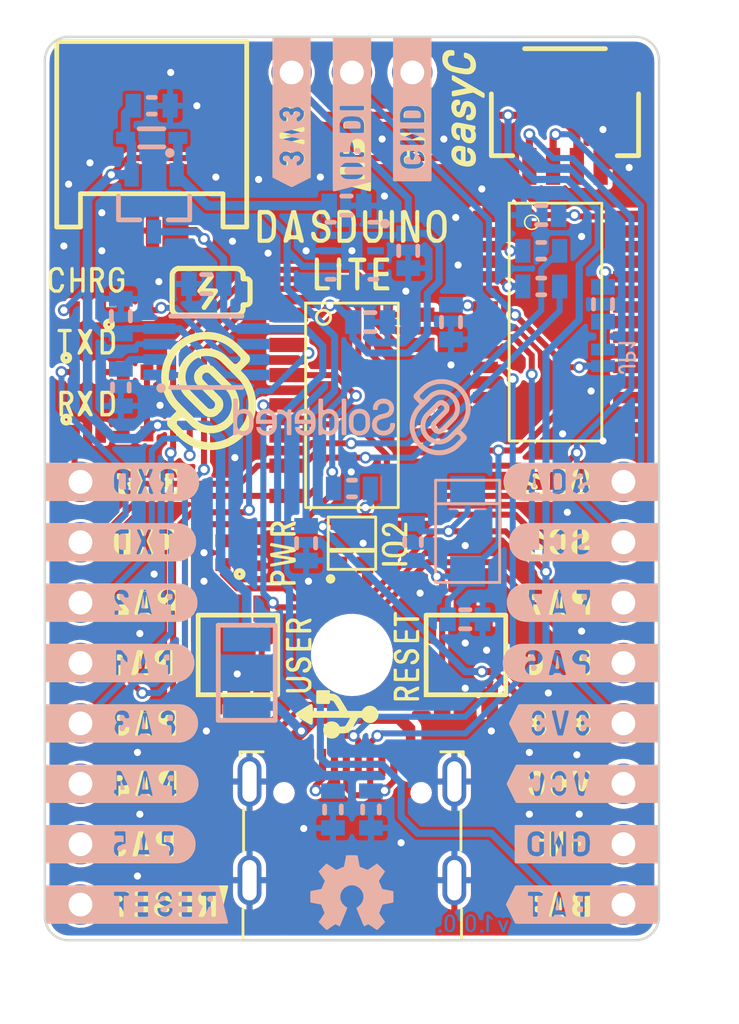
<source format=kicad_pcb>
(kicad_pcb (version 20210126) (generator pcbnew)
  (layers (0 "F.Cu" mixed) (31 "B.Cu" signal) (34 "B.Paste" user) (35 "F.Paste" user) (36 "B.SilkS" user "B.Silkscreen") (37 "F.SilkS" user "F.Silkscreen") (38 "B.Mask" user) (39 "F.Mask" user) (44 "Edge.Cuts" user))
  (net 0 "")
  (net 1 "+3V3")
  (net 2 "GND")
  (net 3 "RESET")
  (net 4 "VUSB")
  (net 5 "VCC")
  (net 6 "VBAT")
  (net 7 "TXD0")
  (net 8 "Net-(D1-Pad1)")
  (net 9 "RXD0")
  (net 10 "Net-(D2-Pad1)")
  (net 11 "Net-(D3-Pad1)")
  (net 13 "Net-(F1-Pad2)")
  (net 14 "D-")
  (net 15 "D+")
  (net 16 "SDA")
  (net 17 "SCL")
  (net 18 "SPI_MISO")
  (net 19 "SPI_MOSI")
  (net 20 "SPI_SCK")
  (net 21 "SPI_CS")
  (net 23 "RTS")
  (net 24 "Net-(C10-Pad2)")
  (net 25 "Net-(C2-Pad1)")
  (net 26 "Net-(D5-Pad2)")
  (net 27 "Net-(K2-PadA5)")
  (net 29 "Net-(K2-PadB5)")
  (net 36 "Net-(R1-Pad1)")
  (net 37 "Net-(R2-Pad1)")
  (net 38 "Net-(R11-Pad1)")
  (net 39 "Net-(R12-Pad1)")
  (net 41 "Net-(D4-Pad3)")
  (net 43 "PA5")
  (net 44 "PA7")
  (net 45 "PA6")
  (footprint "e-radionica.com footprinti:HEADER-UPDI" (layer "F.Cu") (at 77.43 113.5)
    (fp_text reference "K4")
    (fp_text value "HEADER-UPDI")
  )
  (footprint "buzzardLabel" (layer "F.Cu") (at 90.76 130.72)
    (fp_text reference "")
    (fp_text value "")
  )
  (footprint "buzzardLabel" (layer "F.Cu") (at 79.2 133.3 90)
    (fp_text reference "")
    (fp_text value "")
  )
  (footprint "buzzardLabel" (layer "F.Cu") (at 64.1 145.96)
    (fp_text reference "")
    (fp_text value "")
  )
  (footprint "e-radionica.com footprinti:0402R" (layer "F.Cu") (at 68.3 126.1)
    (fp_text reference "R3")
    (fp_text value "100R")
  )
  (footprint "buzzardLabel" (layer "F.Cu") (at 90.76 145.96)
    (fp_text reference "")
    (fp_text value "")
  )
  (footprint "buzzardLabel" (layer "F.Cu") (at 64.1 135.8)
    (fp_text reference "")
    (fp_text value "")
  )
  (footprint "Soldered Graphics:Logo-Back-OSH-3.5mm" (layer "F.Cu") (at 77.43 148)
    (fp_text reference "G***" hide)
    (fp_text value "LOGO" hide)
  )
  (footprint "e-radionica.com footprinti:0402LED" (layer "F.Cu") (at 66.3 128.7 180)
    (fp_text reference "D2")
    (fp_text value "orange")
  )
  (footprint "e-radionica.com footprinti:SOIC-14" (layer "F.Cu") (at 77.43 127.5)
    (fp_text reference "U4")
    (fp_text value "ATTINY804")
  )
  (footprint "e-radionica.com footprinti:0402R" (layer "F.Cu") (at 68.3 128.7)
    (fp_text reference "R4")
    (fp_text value "100R")
  )
  (footprint "buzzardLabel" (layer "F.Cu") (at 90.76 138.34)
    (fp_text reference "")
    (fp_text value "")
  )
  (footprint "buzzardLabel" (layer "F.Cu") (at 90.76 140.88)
    (fp_text reference "")
    (fp_text value "")
  )
  (footprint "buzzardLabel" (layer "F.Cu") (at 90.76 133.26)
    (fp_text reference "")
    (fp_text value "")
  )
  (footprint "buzzardLabel" (layer "F.Cu") (at 64.1 143.42)
    (fp_text reference "")
    (fp_text value "")
  )
  (footprint "e-radionica.com footprinti:FIDUCIAL_1MM_PASTE" (layer "F.Cu") (at 74.5 149)
    (fp_text reference "FD1")
    (fp_text value "Fiducial_Stencil")
  )
  (footprint "buzzardLabel" (layer "F.Cu") (at 90.76 143.42)
    (fp_text reference "")
    (fp_text value "")
  )
  (footprint "buzzardLabel" (layer "F.Cu") (at 74.89 111.6 90)
    (fp_text reference "")
    (fp_text value "")
  )
  (footprint "e-radionica.com footprinti:WS2812B-2020" (layer "F.Cu") (at 77.43 133.3 -90)
    (fp_text reference "D4")
    (fp_text value "WS2812B-2020")
  )
  (footprint "buzzardLabel" (layer "F.Cu") (at 77.43 111.6 90)
    (fp_text reference "")
    (fp_text value "")
  )
  (footprint "e-radionica.com footprinti:0402R" (layer "F.Cu") (at 68.3 123.5 180)
    (fp_text reference "R12")
    (fp_text value "100R")
  )
  (footprint "buzzardLabel" (layer "F.Cu") (at 79.97 111.6 90)
    (fp_text reference "")
    (fp_text value "")
  )
  (footprint "buzzardLabel" (layer "F.Cu") (at 90.76 135.8)
    (fp_text reference "")
    (fp_text value "")
  )
  (footprint "e-radionica.com footprinti:0402LED" (layer "F.Cu") (at 73.3 133.7 -90)
    (fp_text reference "D3")
    (fp_text value "purple")
  )
  (footprint "buzzardLabel" (layer "F.Cu") (at 79.7 138 90)
    (fp_text reference "")
    (fp_text value "")
  )
  (footprint "e-radionica.com footprinti:HEADER_MALE_8X1" (layer "F.Cu") (at 66 139.61 90)
    (fp_text reference "K5")
    (fp_text value "HEADER_MALE_8X1")
  )
  (footprint "e-radionica.com footprinti:SOP-16" (layer "F.Cu") (at 86 124)
    (fp_text reference "U1")
    (fp_text value "CH340C")
  )
  (footprint "buzzardLabel" (layer "F.Cu") (at 77.43 120)
    (fp_text reference "")
    (fp_text value "")
  )
  (footprint "e-radionica.com footprinti:easyC-connector" (layer "F.Cu") (at 86.4 115.3)
    (fp_text reference "K1")
    (fp_text value "easyC-SMD")
  )
  (footprint "e-radionica.com footprinti:0402LED" (layer "F.Cu") (at 66.3 126.1 180)
    (fp_text reference "D1")
    (fp_text value "blue")
  )
  (footprint "Soldered Graphics:Symbol-Front-Battery" (layer "F.Cu") (at 71.5 122.8)
    (fp_text reference "G***" hide)
    (fp_text value "LOGO" hide)
  )
  (footprint "buzzardLabel" (layer "F.Cu") (at 64.1 138.34)
    (fp_text reference "")
    (fp_text value "")
  )
  (footprint "buzzardLabel" (layer "F.Cu") (at 66.3 122.2)
    (fp_text reference "")
    (fp_text value "")
  )
  (footprint "Soldered Graphics:Logo-Front-Soldered-5mm" (layer "F.Cu") (at 71.4 126.9)
    (fp_text reference "G***" hide)
    (fp_text value "LOGO" hide)
  )
  (footprint "buzzardLabel" (layer "F.Cu") (at 90.76 148.5)
    (fp_text reference "")
    (fp_text value "")
  )
  (footprint "buzzardLabel" (layer "F.Cu") (at 75.16 138 90)
    (fp_text reference "")
    (fp_text value "")
  )
  (footprint "buzzardLabel" (layer "F.Cu") (at 66.3 127.4)
    (fp_text reference "")
    (fp_text value "")
  )
  (footprint "buzzardLabel" (layer "F.Cu") (at 64.1 133.26)
    (fp_text reference "")
    (fp_text value "")
  )
  (footprint "e-radionica.com footprinti:0402LED" (layer "F.Cu") (at 66.3 123.5)
    (fp_text reference "D5")
    (fp_text value "red")
  )
  (footprint "buzzardLabel" (layer "F.Cu") (at 64.1 140.88)
    (fp_text reference "")
    (fp_text value "")
  )
  (footprint "e-radionica.com footprinti:HEADER_MALE_8X1" (layer "F.Cu") (at 88.86 139.61 90)
    (fp_text reference "K6")
    (fp_text value "HEADER_MALE_8X1")
  )
  (footprint "e-radionica.com footprinti:YTSA007A0151803B" (layer "F.Cu") (at 72.63 138 90)
    (fp_text reference "SW1")
    (fp_text value "YTSA007A0151803B")
  )
  (footprint "e-radionica.com footprinti:HOLE_3.2mm" (layer "F.Cu") (at 77.43 138)
    (fp_text reference "H1" hide)
    (fp_text value "HOLE_3.2mm" hide)
  )
  (footprint "e-radionica.com footprinti:JST-2pin-SMD" (layer "F.Cu") (at 69 117)
    (fp_text reference "K3")
    (fp_text value "JST-2pin-SMD")
  )
  (footprint "Soldered Graphics:Logo-Front-easyC-5mm" (layer "F.Cu") (at 82.1 115 90)
    (fp_text reference "G***" hide)
    (fp_text value "LOGO" hide)
  )
  (footprint "Soldered Graphics:Symbol-Front-USB" (layer "F.Cu") (at 76.8 140.5 90)
    (fp_text reference "G***" hide)
    (fp_text value "LOGO" hide)
  )
  (footprint "buzzardLabel" (layer "F.Cu") (at 77.43 122)
    (fp_text reference "")
    (fp_text value "")
  )
  (footprint "buzzardLabel" (layer "F.Cu") (at 74.5 133.7 90)
    (fp_text reference "")
    (fp_text value "")
  )
  (footprint "e-radionica.com footprinti:YTSA007A0151803B" (layer "F.Cu") (at 82.23 138 90)
    (fp_text reference "SW2")
    (fp_text value "YTSA007A0151803B")
  )
  (footprint "e-radionica.com footprinti:0402R" (layer "F.Cu") (at 72 133.7 90)
    (fp_text reference "R6")
    (fp_text value "100R")
  )
  (footprint "buzzardLabel" (layer "F.Cu") (at 64.1 148.5)
    (fp_text reference "")
    (fp_text value "")
  )
  (footprint "buzzardLabel" (layer "F.Cu") (at 66.3 124.8)
    (fp_text reference "")
    (fp_text value "")
  )
  (footprint "buzzardLabel" (layer "F.Cu") (at 64.1 130.72)
    (fp_text reference "")
    (fp_text value "")
  )
  (footprint "Soldered Graphics:Logo-Back-SolderedFULL-10mm" (layer "F.Cu") (at 77.43 128)
    (fp_text reference "G***" hide)
    (fp_text value "LOGO" hide)
  )
  (footprint "e-radionica.com footprinti:U262-161N-4BVC11" (layer "F.Cu") (at 77.43 145)
    (fp_text reference "K2")
    (fp_text value "U262-161N-4BVC11")
  )
  (footprint "buzzardLabel" (layer "B.Cu") (at 74.89 111.6 90)
    (fp_text reference "")
    (fp_text value "")
  )
  (footprint "buzzardLabel" (layer "B.Cu") (at 79.97 111.6 90)
    (fp_text reference "")
    (fp_text value "")
  )
  (footprint "e-radionica.com footprinti:0603R" (layer "B.Cu") (at 85.4 122.5)
    (fp_text reference "R2")
    (fp_text value "1k")
  )
  (footprint "buzzardLabel" (layer "B.Cu") (at 90.76 145.96 180)
    (fp_text reference "")
    (fp_text value "")
  )
  (footprint "e-radionica.com footprinti:0603C" (layer "B.Cu") (at 78.2 124)
    (fp_text reference "C9")
    (fp_text value "0.1uF")
  )
  (footprint "e-radionica.com footprinti:1206FUSE" (layer "B.Cu") (at 73 138.75 -90)
    (fp_text reference "F1")
    (fp_text value "1206FUSE-500mA")
  )
  (footprint "buzzardLabel" (layer "B.Cu") (at 64.1 138.34 180)
    (fp_text reference "")
    (fp_text value "")
  )
  (footprint "Soldered Graphics:Version1.0.0." (layer "B.Cu") (at 82.5 149.3 180)
    (fp_text reference "")
    (fp_text value "")
  )
  (footprint "e-radionica.com footprinti:0603C" (layer "B.Cu") (at 85.4 119.5)
    (fp_text reference "C1")
    (fp_text value "0.1uF")
  )
  (footprint "e-radionica.com footprinti:M4_DIODA" (layer "B.Cu") (at 82.3 132.8 90)
    (fp_text reference "D6")
    (fp_text value "M4_DIODA")
  )
  (footprint "e-radionica.com footprinti:0603R" (layer "B.Cu") (at 80 133.25 90)
    (fp_text reference "R10")
    (fp_text value "10k")
  )
  (footprint "e-radionica.com footprinti:0603C" (layer "B.Cu") (at 79.8 121 90)
    (fp_text reference "C5")
    (fp_text value "2.2uF")
  )
  (footprint "e-radionica.com footprinti:0603R" (layer "B.Cu") (at 85.4 121)
    (fp_text reference "R1")
    (fp_text value "1k")
  )
  (footprint "buzzardLabel" (layer "B.Cu") (at 89 125.5 90)
    (fp_text reference "")
    (fp_text value "")
  )
  (footprint "buzzardLabel" (layer "B.Cu") (at 64.1 148.5 180)
    (fp_text reference "")
    (fp_text value "")
  )
  (footprint "buzzardLabel" (layer "B.Cu") (at 90.76 133.26 180)
    (fp_text reference "")
    (fp_text value "")
  )
  (footprint "buzzardLabel" (layer "B.Cu") (at 64.1 143.42 180)
    (fp_text reference "")
    (fp_text value "")
  )
  (footprint "e-radionica.com footprinti:0603R" (layer "B.Cu") (at 78.23 144.5 -90)
    (fp_text reference "R7")
    (fp_text value "5.1k")
  )
  (footprint "buzzardLabel" (layer "B.Cu") (at 64.1 135.8 180)
    (fp_text reference "")
    (fp_text value "")
  )
  (footprint "e-radionica.com footprinti:TPS7A2633DRVR" (layer "B.Cu") (at 77.43 121 180)
    (fp_text reference "U2")
    (fp_text value "TPS7A2633DRVR")
  )
  (footprint "buzzardLabel" (layer "B.Cu") (at 64.1 145.96 180)
    (fp_text reference "")
    (fp_text value "")
  )
  (footprint "buzzardLabel" (layer "B.Cu") (at 64.1 140.88 180)
    (fp_text reference "")
    (fp_text value "")
  )
  (footprint "e-radionica.com footprinti:0603R" (layer "B.Cu") (at 76.63 144.5 -90)
    (fp_text reference "R8")
    (fp_text value "5.1k")
  )
  (footprint "e-radionica.com footprinti:SOT-23-3" (layer "B.Cu") (at 69.1 119 -90)
    (fp_text reference "Q1")
    (fp_text value "PMOS-SOT-23-3")
  )
  (footprint "buzzardLabel" (layer "B.Cu") (at 77.43 111.6 90)
    (fp_text reference "")
    (fp_text value "")
  )
  (footprint "e-radionica.com footprinti:0603C" (layer "B.Cu") (at 77.2 119.1 180)
    (fp_text reference "C3")
    (fp_text value "2.2uF")
  )
  (footprint "buzzardLabel" (layer "B.Cu") (at 90.76 140.88 180)
    (fp_text reference "")
    (fp_text value "")
  )
  (footprint "e-radionica.com footprinti:0603R" (layer "B.Cu") (at 69 114.9 180)
    (fp_text reference "R14")
    (fp_text value "100k")
  )
  (footprint "buzzardLabel" (layer "B.Cu") (at 90.76 148.5 180)
    (fp_text reference "")
    (fp_text value "")
  )
  (footprint "buzzardLabel" (layer "B.Cu") (at 90.76 130.72 180)
    (fp_text reference "")
    (fp_text value "")
  )
  (footprint "e-radionica.com footprinti:0603C" (layer "B.Cu") (at 88 123.25 -90)
    (fp_text reference "C10")
    (fp_text value "0.1uF")
  )
  (footprint "buzzardLabel" (layer "B.Cu") (at 64.1 133.26 180)
    (fp_text reference "")
    (fp_text value "")
  )
  (footprint "buzzardLabel" (layer "B.Cu") (at 90.76 135.8 180)
    (fp_text reference "")
    (fp_text value "")
  )
  (footprint "e-radionica.com footprinti:0603C" (layer "B.Cu") (at 81.6 124 -90)
    (fp_text reference "C2")
    (fp_text value "0.1uF")
  )
  (footprint "buzzardLabel" (layer "B.Cu") (at 90.76 138.34 180)
    (fp_text reference "")
    (fp_text value "")
  )
  (footprint "e-radionica.com footprinti:SMD_JUMPER" (layer "B.Cu") (at 88 125.5 -90)
    (fp_text reference "JP1")
    (fp_text value "SMD_JUMPER")
  )
  (footprint "buzzardLabel" (layer "B.Cu") (at 90.76 143.42 180)
    (fp_text reference "")
    (fp_text value "")
  )
  (footprint "e-radionica.com footprinti:0603C" (layer "B.Cu") (at 71.3 122.4)
    (fp_text reference "C7")
    (fp_text value "2.2uF")
  )
  (footprint "e-radionica.com footprinti:0603C" (layer "B.Cu") (at 82.2 136.5 180)
    (fp_text reference "C6")
    (fp_text value "270pF")
  )
  (footprint "e-radionica.com footprinti:0603R" (layer "B.Cu") (at 77.43 131)
    (fp_text reference "R5")
    (fp_text value "1k")
  )
  (footprint "e-radionica.com footprinti:0603C" (layer "B.Cu") (at 67.7 123.75 -90)
    (fp_text reference "C8")
    (fp_text value "2.2uF")
  )
  (footprint "e-radionica.com footprinti:TP4056M-MSOP8" (layer "B.Cu") (at 71.3 125.25)
    (fp_text reference "U3")
    (fp_text value "TP4056M")
  )
  (footprint "e-radionica.com footprinti:0603R" (layer "B.Cu") (at 67.7 126.75 -90)
    (fp_text reference "R11")
    (fp_text value "3k")
  )
  (footprint "e-radionica.com footprinti:0603C" (layer "B.Cu") (at 75.5 133.3 -90)
    (fp_text reference "C4")
    (fp_text value "1uF")
  )
  (footprint "e-radionica.com footprinti:SOD-323" (layer "B.Cu") (at 69 116.25)
    (fp_text reference "D7")
    (fp_text value "BAT20J")
  )
  (footprint "buzzardLabel" (layer "B.Cu") (at 64.1 130.72 180)
    (fp_text reference "")
    (fp_text value "")
  )
  (gr_arc (start 89.36 112.999997) (end 89.36 112) (angle 90) (layer "Edge.Cuts") (width 0.1))
  (gr_arc (start 89.36 149) (end 89.36 150) (angle -90) (layer "Edge.Cuts") (width 0.1))
  (gr_line (start 64.5 113) (end 64.5 149) (layer "Edge.Cuts") (width 0.1))
  (gr_line (start 90.36 149) (end 90.36 113) (layer "Edge.Cuts") (width 0.1))
  (gr_line (start 89.36 112) (end 65.5 112) (layer "Edge.Cuts") (width 0.1))
  (gr_line (start 65.5 150) (end 89.36 150) (layer "Edge.Cuts") (width 0.1))
  (gr_arc (start 65.5 149) (end 65.5 150) (angle 90) (layer "Edge.Cuts") (width 0.1))
  (gr_arc (start 65.499997 113) (end 64.5 113) (angle 90) (layer "Edge.Cuts") (width 0.1))
  (segment (start 86.1 115.3) (end 84 115.3) (width 0.3) (layer "F.Cu") (net 1))
  (segment (start 74.89 113.89) (end 74.89 113.5) (width 0.3) (layer "F.Cu") (net 1))
  (segment (start 81.5 132.8) (end 83.9 132.8) (width 0.254) (layer "F.Cu") (net 1))
  (segment (start 75.01898 135.61898) (end 74.6 135.2) (width 0.254) (layer "F.Cu") (net 1))
  (segment (start 74.6 135.2) (end 72.6 135.2) (width 0.254) (layer "F.Cu") (net 1))
  (segment (start 76.3 115.3) (end 74.89 113.89) (width 0.3) (layer "F.Cu") (net 1))
  (segment (start 86.9 116.1) (end 86.1 115.3) (width 0.3) (layer "F.Cu") (net 1))
  (segment (start 78.08102 135.61898) (end 75.01898 135.61898) (width 0.254) (layer "F.Cu") (net 1))
  (segment (start 72 134.6) (end 72 134.2) (width 0.254) (layer "F.Cu") (net 1))
  (segment (start 80.9 132.8) (end 78.08102 135.61898) (width 0.254) (layer "F.Cu") (net 1))
  (segment (start 81.5 132.8) (end 80.9 132.8) (width 0.254) (layer "F.Cu") (net 1))
  (segment (start 76.5 123.3) (end 76.11 123.69) (width 0.3) (layer "F.Cu") (net 1))
  (segment (start 76.11 123.69) (end 74.73 123.69) (width 0.3) (layer "F.Cu") (net 1))
  (segment (start 83.9 132.8) (end 85.6 134.5) (width 0.254) (layer "F.Cu") (net 1))
  (segment (start 72.6 135.2) (end 72 134.6) (width 0.254) (layer "F.Cu") (net 1))
  (segment (start 86.9 117.45) (end 86.9 116.1) (width 0.3) (layer "F.Cu") (net 1))
  (segment (start 84 115.3) (end 76.3 115.3) (width 0.3) (layer "F.Cu") (net 1))
  (via (at 81.5 132.8) (size 0.5) (drill 0.3) (layers "F.Cu" "B.Cu") (net 1))
  (via (at 76.5 123.3) (size 0.5) (drill 0.3) (layers "F.Cu" "B.Cu") (net 1))
  (via (at 84 115.3) (size 0.5) (drill 0.3) (layers "F.Cu" "B.Cu") (net 1))
  (via (at 85.6 134.5) (size 0.5) (drill 0.3) (layers "F.Cu" "B.Cu") (net 1))
  (segment (start 81.1 122.3) (end 80.6 122.8) (width 0.3) (layer "B.Cu") (net 1))
  (segment (start 87 123.9) (end 87 121.6) (width 0.3) (layer "B.Cu") (net 1))
  (segment (start 78.425 120.35) (end 79.72 120.35) (width 0.3) (layer "B.Cu") (net 1))
  (segment (start 86.5 118) (end 85.1 118) (width 0.3) (layer "B.Cu") (net 1))
  (segment (start 79.8 125.3) (end 78.1 125.3) (width 0.3) (layer "B.Cu") (net 1))
  (segment (start 88.86 140.88) (end 88.78 140.88) (width 0.3) (layer "B.Cu") (net 1))
  (segment (start 77.47 124.67) (end 77.47 124) (width 0.3) (layer "B.Cu") (net 1))
  (segment (start 81.1 120.8) (end 81.1 122.3) (width 0.3) (layer "B.Cu") (net 1))
  (segment (start 80.6 122.8) (end 80.6 124.5) (width 0.3) (layer "B.Cu") (net 1))
  (segment (start 76.77 123.3) (end 77.47 124) (width 0.3) (layer "B.Cu") (net 1))
  (segment (start 79.8 118.8) (end 79.8 120.27) (width 0.3) (layer "B.Cu") (net 1))
  (segment (start 81.5 132.8) (end 82.3 132) (width 0.254) (layer "B.Cu") (net 1))
  (segment (start 79.72 120.35) (end 79.8 120.27) (width 0.3) (layer "B.Cu") (net 1))
  (segment (start 79.8 120.27) (end 80.57 120.27) (width 0.3) (layer "B.Cu") (net 1))
  (segment (start 85.1 118) (end 84 116.9) (width 0.3) (layer "B.Cu") (net 1))
  (segment (start 74.89 113.5) (end 74.89 113.89) (width 0.3) (layer "B.Cu") (net 1))
  (segment (start 80.325 132.8) (end 81.5 132.8) (width 0.254) (layer "B.Cu") (net 1))
  (segment (start 80.57 120.27) (end 81.1 120.8) (width 0.3) (layer "B.Cu") (net 1))
  (segment (start 76.5 123.3) (end 76.77 123.3) (width 0.3) (layer "B.Cu") (net 1))
  (segment (start 82.3 132) (end 82.3 131.11) (width 0.254) (layer "B.Cu") (net 1))
  (segment (start 80 132.475) (end 80.325 132.8) (width 0.254) (layer "B.Cu") (net 1))
  (segment (start 87.8 119.3) (end 86.5 118) (width 0.3) (layer "B.Cu") (net 1))
  (segment (start 87 121.6) (end 87.8 120.8) (width 0.3) (layer "B.Cu") (net 1))
  (segment (start 84 116.9) (end 84 115.3) (width 0.3) (layer "B.Cu") (net 1))
  (segment (start 87.8 120.8) (end 87.8 119.3) (width 0.3) (layer "B.Cu") (net 1))
  (segment (start 78.1 125.3) (end 77.47 124.67) (width 0.3) (layer "B.Cu") (net 1))
  (segment (start 85.6 125.3) (end 87 123.9) (width 0.3) (layer "B.Cu") (net 1))
  (segment (start 80.6 124.5) (end 79.8 125.3) (width 0.3) (layer "B.Cu") (net 1))
  (segment (start 74.89 113.89) (end 79.8 118.8) (width 0.3) (layer "B.Cu") (net 1))
  (segment (start 85.6 137.7) (end 85.6 125.3) (width 0.3) (layer "B.Cu") (net 1))
  (segment (start 88.78 140.88) (end 85.6 137.7) (width 0.3) (layer "B.Cu") (net 1))
  (via (at 82.9 118.4) (size 0.5) (drill 0.3) (layers "F.Cu" "B.Cu") (net 2))
  (via (at 86.9 142.2) (size 0.5) (drill 0.3) (layers "F.Cu" "B.Cu") (net 2))
  (via (at 73.5 118) (size 0.5) (drill 0.3) (layers "F.Cu" "B.Cu") (net 2))
  (via (at 75.4 145.3) (size 0.5) (drill 0.3) (layers "F.Cu" "B.Cu") (net 2))
  (via (at 83.3 141.2) (size 0.5) (drill 0.3) (layers "F.Cu" "B.Cu") (net 2))
  (via (at 68.4 142.1) (size 0.5) (drill 0.3) (layers "F.Cu" "B.Cu") (net 2))
  (via (at 84.9 144.7) (size 0.5) (drill 0.3) (layers "F.Cu" "B.Cu") (net 2))
  (via (at 69.1 134.6) (size 0.5) (drill 0.3) (layers "F.Cu" "B.Cu") (net 2))
  (via (at 71.7 117.9) (size 0.5) (drill 0.3) (layers "F.Cu" "B.Cu") (net 2))
  (via (at 68.5 144.7) (size 0.5) (drill 0.3) (layers "F.Cu" "B.Cu") (net 2))
  (via (at 75.5 121) (size 0.5) (drill 0.3) (layers "F.Cu" "B.Cu") (net 2))
  (via (at 66.4 117.3) (size 0.5) (drill 0.3) (layers "F.Cu" "B.Cu") (net 2))
  (via (at 86.5 132) (size 0.5) (drill 0.3) (layers "F.Cu" "B.Cu") (net 2))
  (via (at 68.4 147.3) (size 0.5) (drill 0.3) (layers "F.Cu" "B.Cu") (net 2))
  (via (at 85.7 139.6) (size 0.5) (drill 0.3) (layers "F.Cu" "B.Cu") (net 2))
  (via (at 69.8 113.5) (size 0.5) (drill 0.3) (layers "F.Cu" "B.Cu") (net 2))
  (via (at 72.6 138.8) (size 0.5) (drill 0.3) (layers "F.Cu" "B.Cu") (net 2))
  (via (at 77.43 121) (size 0.5) (drill 0.3) (layers "F.Cu" "B.Cu") (net 2))
  (via (at 78.7 116.3) (size 0.5) (drill 0.3) (layers "F.Cu" "B.Cu") (net 2))
  (via (at 71.3 141.2) (size 0.5) (drill 0.3) (layers "F.Cu" "B.Cu") (net 2))
  (via (at 82.2 139.4) (size 0.5) (drill 0.3) (layers "F.Cu" "B.Cu") (net 2))
  (via (at 81.9 121.6) (size 0.5) (drill 0.3) (layers "F.Cu" "B.Cu") (net 2))
  (via (at 71.2 134.9) (size 0.5) (drill 0.3) (layers "F.Cu" "B.Cu") (net 2))
  (via (at 77.4 130.3) (size 0.5) (drill 0.3) (layers "F.Cu" "B.Cu") (net 2))
  (via (at 87.1 137) (size 0.5) (drill 0.3) (layers "F.Cu" "B.Cu") (net 2))
  (via (at 70.9 114.9) (size 0.5) (drill 0.3) (layers "F.Cu" "B.Cu") (net 2))
  (via (at 87 144.7) (size 0.5) (drill 0.3) (layers "F.Cu" "B.Cu") (net 2))
  (via (at 88 129) (size 0.5) (drill 0.3) (layers "F.Cu" "B.Cu") (net 2))
  (via (at 73.9 121.1) (size 0.5) (drill 0.3) (layers "F.Cu" "B.Cu") (net 2))
  (via (at 66.9 119.4) (size 0.5) (drill 0.3) (layers "F.Cu" "B.Cu") (net 2))
  (via (at 89.1 117.5) (size 0.5) (drill 0.3) (layers "F.Cu" "B.Cu") (net 2))
  (via (at 75.6 134.9) (size 0.5) (drill 0.3) (layers "F.Cu" "B.Cu") (net 2))
  (via (at 81.3 116.3) (size 0.5) (drill 0.3) (layers "F.Cu" "B.Cu") (net 2))
  (via (at 69.35 127.5) (size 0.5) (drill 0.3) (layers "F.Cu" "B.Cu") (net 2))
  (via (at 78.8 118.7) (size 0.5) (drill 0.3) (layers "F.Cu" "B.Cu") (net 2))
  (via (at 65.3 120.8) (size 0.5) (drill 0.3) (layers "F.Cu" "B.Cu") (net 2))
  (via (at 84.9 142.1) (size 0.5) (drill 0.3) (layers "F.Cu" "B.Cu") (net 2))
  (via (at 80.3 135.4) (size 0.5) (drill 0.3) (layers "F.Cu" "B.Cu") (net 2))
  (via (at 83.1 137.8) (size 0.5) (drill 0.3) (layers "F.Cu" "B.Cu") (net 2))
  (via (at 86.3 128.7) (size 0.5) (drill 0.3) (layers "F.Cu" "B.Cu") (net 2))
  (via (at 69.3 122.3) (size 0.5) (drill 0.3) (layers "F.Cu" "B.Cu") (net 2))
  (via (at 72.4 120.6) (size 0.5) (drill 0.3) (layers "F.Cu" "B.Cu") (net 2))
  (via (at 81.8 119.6) (size 0.5) (drill 0.3) (layers "F.Cu" "B.Cu") (net 2))
  (via (at 65.5 118.2) (size 0.5) (drill 0.3) (layers "F.Cu" "B.Cu") (net 2))
  (via (at 87.5 126.9) (size 0.5) (drill 0.3) (layers "F.Cu" "B.Cu") (net 2))
  (via (at 79.5 145.9) (size 0.5) (drill 0.3) (layers "F.Cu" "B.Cu") (net 2))
  (via (at 76.1 117.9) (size 0.5) (drill 0.3) (layers "F.Cu" "B.Cu") (net 2))
  (via (at 66.9 121) (size 0.5) (drill 0.3) (layers "F.Cu" "B.Cu") (net 2))
  (via (at 88 115.9) (size 0.5) (drill 0.3) (layers "F.Cu" "B.Cu") (net 2))
  (via (at 81.6 125.8) (size 0.5) (drill 0.3) (layers "F.Cu" "B.Cu") (net 2))
  (via (at 72.5 129.7) (size 0.5) (drill 0.3) (layers "F.Cu" "B.Cu") (net 2))
  (via (at 87.1 120.4) (size 0.5) (drill 0.3) (layers "F.Cu" "B.Cu") (net 2))
  (via (at 68.5 137.1) (size 0.5) (drill 0.3) (layers "F.Cu" "B.Cu") (net 2))
  (via (at 71.2 133.7) (size 0.5) (drill 0.3) (layers "F.Cu" "B.Cu") (net 2))
  (via (at 82.2 133.4) (size 0.5) (drill 0.3) (layers "F.Cu" "B.Cu") (net 2))
  (via (at 77.9 133.3) (size 0.5) (drill 0.3) (layers "F.Cu" "B.Cu") (net 2))
  (via (at 82.2 137.5) (size 0.5) (drill 0.3) (layers "F.Cu" "B.Cu") (net 2))
  (via (at 79.7 122.7) (size 0.5) (drill 0.3) (layers "F.Cu" "B.Cu") (net 2))
  (segment (start 66 148.5) (end 68.3 148.5) (width 0.254) (layer "F.Cu") (net 3))
  (segment (start 84.5 129.4) (end 86.2 127.7) (width 0.254) (layer "F.Cu") (net 3))
  (segment (start 81.37 128.77) (end 80.13 128.77) (width 0.254) (layer "F.Cu") (net 3))
  (segment (start 83.6 129.4) (end 84.5 129.4) (width 0.254) (layer "F.Cu") (net 3))
  (segment (start 81.23 139.95) (end 81.23 136.05) (width 0.254) (layer "F.Cu") (net 3))
  (segment (start 82 129.4) (end 81.37 128.77) (width 0.254) (layer "F.Cu") (net 3))
  (segment (start 75.4 140.1) (end 81.08 140.1) (width 0.254) (layer "F.Cu") (net 3))
  (segment (start 81.23 134.92) (end 81.23 136.05) (width 0.254) (layer "F.Cu") (net 3))
  (segment (start 71.1 142.5) (end 72.4 141.2) (width 0.254) (layer "F.Cu") (net 3))
  (segment (start 86.5 125.9) (end 87 125.9) (width 0.254) (layer "F.Cu") (net 3))
  (segment (start 84.3 123.7) (end 86.2 125.6) (width 0.254) (layer "F.Cu") (net 3))
  (segment (start 68.3 148.5) (end 71.1 145.7) (width 0.254) (layer "F.Cu") (net 3))
  (segment (start 86.2 125.6) (end 86.5 125.9) (width 0.254) (layer "F.Cu") (net 3))
  (segment (start 86.2 127.7) (end 86.2 125.6) (width 0.254) (layer "F.Cu") (net 3))
  (segment (start 81.01 134.7) (end 81.23 134.92) (width 0.254) (layer "F.Cu") (net 3))
  (segment (start 83.6 129.4) (end 82 129.4) (width 0.254) (layer "F.Cu") (net 3))
  (segment (start 74.3 141.2) (end 75.4 140.1) (width 0.254) (layer "F.Cu") (net 3))
  (segment (start 81.08 140.1) (end 81.23 139.95) (width 0.254) (layer "F.Cu") (net 3))
  (segment (start 71.1 145.7) (end 71.1 142.5) (width 0.254) (layer "F.Cu") (net 3))
  (segment (start 72.4 141.2) (end 74.3 141.2) (width 0.254) (layer "F.Cu") (net 3))
  (segment (start 80.13 128.77) (end 79.86778 128.77) (width 0.254) (layer "F.Cu") (net 3))
  (via (at 84.3 123.7) (size 0.5) (drill 0.3) (layers "F.Cu" "B.Cu") (net 3))
  (via (at 87 125.9) (size 0.5) (drill 0.3) (layers "F.Cu" "B.Cu") (net 3))
  (via (at 81.01 134.7) (size 0.5) (drill 0.3) (layers "F.Cu" "B.Cu") (net 3))
  (via (at 83.6 129.4) (size 0.5) (drill 0.3) (layers "F.Cu" "B.Cu") (net 3))
  (segment (start 82.3 134.49) (end 82.09 134.7) (width 0.254) (layer "B.Cu") (net 3))
  (segment (start 82.3 134.49) (end 82.3 134.9) (width 0.254) (layer "B.Cu") (net 3))
  (segment (start 82.41 134.49) (end 82.3 134.49) (width 0.254) (layer "B.Cu") (net 3))
  (segment (start 77.43 113.5) (end 77.43 113.93) (width 0.254) (layer "B.Cu") (net 3))
  (segment (start 82.09 134.7) (end 81.01 134.7) (width 0.254) (layer "B.Cu") (net 3))
  (segment (start 81.47 135.73) (end 81.47 136.5) (width 0.254) (layer "B.Cu") (net 3))
  (segment (start 83.2 122.6) (end 83.5 122.9) (width 0.254) (layer "B.Cu") (net 3))
  (segment (start 83.2 119.7) (end 83.2 122.6) (width 0.254) (layer "B.Cu") (net 3))
  (segment (start 83.6 133.3) (end 82.41 134.49) (width 0.254) (layer "B.Cu") (net 3))
  (segment (start 82.3 134.9) (end 81.47 135.73) (width 0.254) (layer "B.Cu") (net 3))
  (segment (start 81.01 134.7) (end 80.335 134.025) (width 0.254) (layer "B.Cu") (net 3))
  (segment (start 87.05 125.85) (end 87 125.9) (width 0.3) (layer "B.Cu") (net 3))
  (segment (start 83.6 129.4) (end 83.6 133.3) (width 0.254) (layer "B.Cu") (net 3))
  (segment (start 77.43 113.93) (end 83.2 119.7) (width 0.254) (layer "B.Cu") (net 3))
  (segment (start 83.5 122.9) (end 84.3 123.7) (width 0.254) (layer "B.Cu") (net 3))
  (segment (start 88 125.85) (end 87.05 125.85) (width 0.3) (layer "B.Cu") (net 3))
  (segment (start 80.335 134.025) (end 80 134.025) (width 0.254) (layer "B.Cu") (net 3))
  (segment (start 68.8 126.1) (end 68.8 128.7) (width 0.254) (layer "F.Cu") (net 4))
  (segment (start 68.89196 128.7) (end 69.24598 128.34598) (width 0.254) (layer "F.Cu") (net 4))
  (segment (start 86.8 119.5) (end 85.1 119.5) (width 0.254) (layer "F.Cu") (net 4))
  (segment (start 68 117.1) (end 67.3 117.8) (width 0.254) (layer "F.Cu") (net 4))
  (segment (start 86.8 119.5) (end 86.855 119.555) (width 0.254) (layer "F.Cu") (net 4))
  (segment (start 85.1 119.5) (end 82.7 117.1) (width 0.254) (layer "F.Cu") (net 4))
  (segment (start 86.855 119.555) (end 88.95 119.555) (width 0.254) (layer "F.Cu") (net 4))
  (segment (start 82.7 117.1) (end 68 117.1) (width 0.254) (layer "F.Cu") (net 4))
  (segment (start 65.75 123.5) (end 65.3 123.5) (width 0.254) (layer "F.Cu") (net 4))
  (segment (start 68.8 128.7) (end 68.89196 128.7) (width 0.254) (layer "F.Cu") (net 4))
  (via (at 65.3 123.5) (size 0.5) (drill 0.3) (layers "F.Cu" "B.Cu") (net 4))
  (via (at 69.24598 128.34598) (size 0.5) (drill 0.3) (layers "F.Cu" "B.Cu") (net 4))
  (via (at 86.8 119.5) (size 0.5) (drill 0.3) (layers "F.Cu" "B.Cu") (net 4))
  (via (at 67.3 117.8) (size 0.5) (drill 0.3) (layers "F.Cu" "B.Cu") (net 4))
  (segment (start 68.95402 128.34598) (end 68.4 128.9) (width 0.4) (layer "B.Cu") (net 4))
  (segment (start 73.275 126.225) (end 72.125 126.225) (width 0.3) (layer "B.Cu") (net 4))
  (segment (start 71.9 128.9) (end 71.34598 128.34598) (width 0.4) (layer "B.Cu") (net 4))
  (segment (start 67.9 115.225) (end 68.225 114.9) (width 0.4) (layer "B.Cu") (net 4))
  (segment (start 67.4 128.9) (end 66.3 127.8) (width 0.4) (layer "B.Cu") (net 4))
  (segment (start 66.3 118.8) (end 67.3 117.8) (width 0.4) (layer "B.Cu") (net 4))
  (segment (start 68.15 116.5) (end 67.9 116.25) (width 0.4) (layer "B.Cu") (net 4))
  (segment (start 67.905 124.275) (end 67.7 124.48) (width 0.254) (layer "B.Cu") (net 4))
  (segment (start 66.3 123.9) (end 66.3 118.8) (width 0.4) (layer "B.Cu") (net 4))
  (segment (start 67.7 124.48) (end 66.88 124.48) (width 0.3) (layer "B.Cu") (net 4))
  (segment (start 72.125 126.225) (end 70.175 124.275) (width 0.3) (layer "B.Cu") (net 4))
  (segment (start 69.24598 128.34598) (end 68.95402 128.34598) (width 0.4) (layer "B.Cu") (net 4))
  (segment (start 69.325 124.275) (end 67.905 124.275) (width 0.3) (layer "B.Cu") (net 4))
  (segment (start 73 137.35) (end 73 135.4) (width 0.4) (layer "B.Cu") (net 4))
  (segment (start 68.15 117.8) (end 68.15 116.5) (width 0.4) (layer "B.Cu") (net 4))
  (segment (start 66.88 124.48) (end 66.3 123.9) (width 0.3) (layer "B.Cu") (net 4))
  (segment (start 71.9 134.3) (end 71.9 128.9) (width 0.4) (layer "B.Cu") (net 4))
  (segment (start 66.3 127.8) (end 66.3 123.9) (width 0.4) (layer "B.Cu") (net 4))
  (segment (start 70.175 124.275) (end 69.325 124.275) (width 0.3) (layer "B.Cu") (net 4))
  (segment (start 68.4 128.9) (end 67.4 128.9) (width 0.4) (layer "B.Cu") (net 4))
  (segment (start 65.3 123.5) (end 66.3 122.5) (width 0.254) (layer "B.Cu") (net 4))
  (segment (start 71.34598 128.34598) (end 69.24598 128.34598) (width 0.4) (layer "B.Cu") (net 4))
  (segment (start 86.8 119.5) (end 86.13 119.5) (width 0.254) (layer "B.Cu") (net 4))
  (segment (start 67.9 116.25) (end 67.9 115.225) (width 0.4) (layer "B.Cu") (net 4))
  (segment (start 67.3 117.8) (end 68.15 117.8) (width 0.4) (layer "B.Cu") (net 4))
  (segment (start 73 135.4) (end 71.9 134.3) (width 0.4) (layer "B.Cu") (net 4))
  (segment (start 85.8 144.9) (end 86.86 145.96) (width 0.3) (layer "F.Cu") (net 5))
  (segment (start 76.2 132.6) (end 76.415 132.385) (width 0.3) (layer "F.Cu") (net 5))
  (segment (start 85.8 141.1) (end 85.8 144.9) (width 0.3) (layer "F.Cu") (net 5))
  (segment (start 83.4 138.7) (end 85.8 141.1) (width 0.3) (layer "F.Cu") (net 5))
  (segment (start 76.415 132.385) (end 76.88 132.385) (width 0.3) (layer "F.Cu") (net 5))
  (segment (start 82.9 138.7) (end 83.4 138.7) (width 0.3) (layer "F.Cu") (net 5))
  (segment (start 86.86 145.96) (end 88.86 145.96) (width 0.3) (layer "F.Cu") (net 5))
  (via (at 82.9 138.7) (size 0.5) (drill 0.3) (layers "F.Cu" "B.Cu") (net 5))
  (via (at 76.2 132.6) (size 0.5) (drill 0.3) (layers "F.Cu" "B.Cu") (net 5))
  (segment (start 75.35 121.65) (end 74.7 121) (width 0.3) (layer "B.Cu") (net 5))
  (segment (start 76.7 124.6) (end 74.7 122.6) (width 0.3) (layer "B.Cu") (net 5))
  (segment (start 76.435 119.135) (end 76.47 119.1) (width 0.3) (layer "B.Cu") (net 5))
  (segment (start 70.1 117.75) (end 70.05 117.8) (width 0.5) (layer "B.Cu") (net 5))
  (segment (start 74.7 120.3) (end 73.5 119.1) (width 0.3) (layer "B.Cu") (net 5))
  (segment (start 75.57 132.5) (end 75.5 132.57) (width 0.3) (layer "B.Cu") (net 5))
  (segment (start 75.5 128.1) (end 76.7 126.9) (width 0.3) (layer "B.Cu") (net 5))
  (segment (start 76.2 132.7) (end 76.2 132.6) (width 0.3) (layer "B.Cu") (net 5))
  (segment (start 76.7 126.9) (end 76.7 124.6) (width 0.3) (layer "B.Cu") (net 5))
  (segment (start 75.5 132.57) (end 76.17 132.57) (width 0.3) (layer "B.Cu") (net 5))
  (segment (start 82.9 138.7) (end 82.2 138.7) (width 0.3) (layer "B.Cu") (net 5))
  (segment (start 74.7 121) (end 74.7 120.3) (width 0.3) (layer "B.Cu") (net 5))
  (segment (start 75.5 132.57) (end 75.5 128.1) (width 0.3) (layer "B.Cu") (net 5))
  (segment (start 71.35 119.1) (end 73.5 119.1) (width 0.4) (layer "B.Cu") (net 5))
  (segment (start 76.435 120.35) (end 76.435 119.135) (width 0.3) (layer "B.Cu") (net 5))
  (segment (start 73.5 119.1) (end 76.47 119.1) (width 0.4) (layer "B.Cu") (net 5))
  (segment (start 70.05 117.8) (end 71.35 119.1) (width 0.4) (layer "B.Cu") (net 5))
  (segment (start 70.1 116.25) (end 70.1 117.75) (width 0.4) (layer "B.Cu") (net 5))
  (segment (start 74.7 122.6) (end 74.7 121) (width 0.3) (layer "B.Cu") (net 5))
  (segment (start 76.435 121.65) (end 75.35 121.65) (width 0.3) (layer "B.Cu") (net 5))
  (segment (start 76.17 132.57) (end 76.2 132.6) (width 0.3) (layer "B.Cu") (net 5))
  (segment (start 82.2 138.7) (end 76.2 132.7) (width 0.3) (layer "B.Cu") (net 5))
  (segment (start 70.85 120.15) (end 71.2 120.5) (width 0.3) (layer "F.Cu") (net 6))
  (segment (start 70 120.15) (end 70.85 120.15) (width 0.3) (layer "F.Cu") (net 6))
  (via (at 71.2 120.5) (size 0.5) (drill 0.3) (layers "F.Cu" "B.Cu") (net 6))
  (segment (start 78.7 142.6) (end 76.4 142.6) (width 0.3) (layer "B.Cu") (net 6))
  (segment (start 76.2 126.2) (end 76.2 125) (width 0.3) (layer "B.Cu") (net 6))
  (segment (start 76.1 142.3) (end 76.1 140.1) (width 0.3) (layer "B.Cu") (net 6))
  (segment (start 76.2 125) (end 75.5 124.3) (width 0.3) (layer "B.Cu") (net 6))
  (segment (start 74.3 128.1) (end 76.2 126.2) (width 0.3) (layer "B.Cu") (net 6))
  (segment (start 74.8 138.8) (end 74.8 135.2) (width 0.3) (layer "B.Cu") (net 6))
  (segment (start 74.3 134.7) (end 74.3 128.1) (width 0.3) (layer "B.Cu") (net 6))
  (segment (start 80.2 145.5) (end 79.5 144.8) (width 0.3) (layer "B.Cu") (net 6))
  (segment (start 76.1 140.1) (end 74.8 138.8) (width 0.3) (layer "B.Cu") (net 6))
  (segment (start 72.03 123.83) (end 72.475 124.275) (width 0.3) (layer "B.Cu") (net 6))
  (segment (start 79.5 143.4) (end 78.7 142.6) (width 0.3) (layer "B.Cu") (net 6))
  (segment (start 72.475 124.275) (end 73.275 124.275) (width 0.3) (layer "B.Cu") (net 6))
  (segment (start 73.3 124.3) (end 73.275 124.275) (width 0.3) (layer "B.Cu") (net 6))
  (segment (start 75.5 124.3) (end 73.3 124.3) (width 0.3) (layer "B.Cu") (net 6))
  (segment (start 72.03 121.33) (end 72.03 122.4) (width 0.3) (layer "B.Cu") (net 6))
  (segment (start 69.1 120.2) (end 70.9 120.2) (width 0.3) (layer "B.Cu") (net 6))
  (segment (start 76.4 142.6) (end 76.1 142.3) (width 0.3) (layer "B.Cu") (net 6))
  (segment (start 79.5 144.8) (end 79.5 143.4) (width 0.3) (layer "B.Cu") (net 6))
  (segment (start 86.3 148.5) (end 83.3 145.5) (width 0.3) (layer "B.Cu") (net 6))
  (segment (start 72.03 122.4) (end 72.03 123.83) (width 0.3) (layer "B.Cu") (net 6))
  (segment (start 70.9 120.2) (end 71.2 120.5) (width 0.3) (layer "B.Cu") (net 6))
  (segment (start 74.8 135.2) (end 74.3 134.7) (width 0.3) (layer "B.Cu") (net 6))
  (segment (start 88.86 148.5) (end 86.3 148.5) (width 0.3) (layer "B.Cu") (net 6))
  (segment (start 74.3 128.1) (end 74.7 127.7) (width 0.3) (layer "B.Cu") (net 6))
  (segment (start 83.3 145.5) (end 80.2 145.5) (width 0.3) (layer "B.Cu") (net 6))
  (segment (start 71.2 120.5) (end 72.03 121.33) (width 0.3) (layer "B.Cu") (net 6))
  (segment (start 66.64 133.26) (end 66 133.26) (width 0.254) (layer "F.Cu") (net 7))
  (segment (start 76.4 129.7) (end 76 130.1) (width 0.254) (layer "F.Cu") (net 7))
  (segment (start 76 130.9) (end 75.59 131.31) (width 0.254) (layer "F.Cu") (net 7))
  (segment (start 75.59 131.31) (end 74.73 131.31) (width 0.254) (layer "F.Cu") (net 7))
  (segment (start 76 130.1) (end 76 130.9) (width 0.254) (layer "F.Cu") (net 7))
  (segment (start 74.73 131.31) (end 68.59 131.31) (width 0.254) (layer "F.Cu") (net 7))
  (segment (start 68.59 131.31) (end 66.64 133.26) (width 0.254) (layer "F.Cu") (net 7))
  (segment (start 78 129.7) (end 76.4 129.7) (width 0.254) (layer "F.Cu") (net 7))
  (segment (start 65.75 126.1) (end 65.2 126.1) (width 0.254) (layer "F.Cu") (net 7))
  (via (at 65.2 126.1) (size 0.5) (drill 0.3) (layers "F.Cu" "B.Cu") (net 7))
  (via (at 78 129.7) (size 0.5) (drill 0.3) (layers "F.Cu" "B.Cu") (net 7))
  (segment (start 66.74 133.26) (end 66 133.26) (width 0.254) (layer "B.Cu") (net 7))
  (segment (start 65.2 127.6) (end 67.9 130.3) (width 0.254) (layer "B.Cu") (net 7))
  (segment (start 86.175 123.525) (end 86.175 122.5) (width 0.254) (layer "B.Cu") (net 7))
  (segment (start 67.9 132.1) (end 66.74 133.26) (width 0.254) (layer "B.Cu") (net 7))
  (segment (start 67.9 130.3) (end 67.9 132.1) (width 0.254) (layer "B.Cu") (net 7))
  (segment (start 80 129.7) (end 86.175 123.525) (width 0.254) (layer "B.Cu") (net 7))
  (segment (start 78 129.7) (end 80 129.7) (width 0.254) (layer "B.Cu") (net 7))
  (segment (start 65.2 126.1) (end 65.2 127.6) (width 0.254) (layer "B.Cu") (net 7))
  (segment (start 66.85 126.1) (end 67.8 126.1) (width 0.254) (layer "F.Cu") (net 8))
  (segment (start 73.46 130.04) (end 72.7 130.8) (width 0.254) (layer "F.Cu") (net 9))
  (segment (start 66.08 130.8) (end 66 130.72) (width 0.254) (layer "F.Cu") (net 9))
  (segment (start 74.73 130.04) (end 73.46 130.04) (width 0.254) (layer "F.Cu") (net 9))
  (segment (start 77.4 129.1) (end 76.3 129.1) (width 0.254) (layer "F.Cu") (net 9))
  (segment (start 75.36 130.04) (end 74.73 130.04) (width 0.254) (layer "F.Cu") (net 9))
  (segment (start 65.75 128.7) (end 65.75 130.47) (width 0.254) (layer "F.Cu") (net 9))
  (segment (start 65.75 130.47) (end 66 130.72) (width 0.254) (layer "F.Cu") (net 9))
  (segment (start 76.3 129.1) (end 75.36 130.04) (width 0.254) (layer "F.Cu") (net 9))
  (segment (start 72.7 130.8) (end 66.08 130.8) (width 0.254) (layer "F.Cu") (net 9))
  (via (at 77.4 129.1) (size 0.5) (drill 0.3) (layers "F.Cu" "B.Cu") (net 9))
  (segment (start 85.4 121.775) (end 86.175 121) (width 0.254) (layer "B.Cu") (net 9))
  (segment (start 77.4 129.1) (end 79.8 129.1) (width 0.254) (layer "B.Cu") (net 9))
  (segment (start 85.4 123.5) (end 85.4 121.775) (width 0.254) (layer "B.Cu") (net 9))
  (segment (start 79.8 129.1) (end 85.4 123.5) (width 0.254) (layer "B.Cu") (net 9))
  (segment (start 67.8 128.7) (end 66.85 128.7) (width 0.254) (layer "F.Cu") (net 10))
  (segment (start 72 133.2) (end 73.25 133.2) (width 0.254) (layer "F.Cu") (net 11))
  (segment (start 73.25 133.2) (end 73.3 133.15) (width 0.254) (layer "F.Cu") (net 11))
  (via (at 75.3 141.2) (size 0.5) (drill 0.3) (layers "F.Cu" "B.Cu") (net 13))
  (segment (start 74.25 140.15) (end 73 140.15) (width 0.4) (layer "B.Cu") (net 13))
  (segment (start 75.3 141.2) (end 74.25 140.15) (width 0.4) (layer "B.Cu") (net 13))
  (segment (start 83.705 125.905) (end 83.05 125.905) (width 0.254) (layer "F.Cu") (net 14))
  (segment (start 77.5 141.4) (end 77 141.4) (width 0.254) (layer "F.Cu") (net 14))
  (segment (start 77.5 141.4) (end 77.693 141.593) (width 0.254) (layer "F.Cu") (net 14))
  (segment (start 76.693 141.707) (end 76.693 142.525) (width 0.254) (layer "F.Cu") (net 14))
  (segment (start 77 141.4) (end 76.693 141.707) (width 0.254) (layer "F.Cu") (net 14))
  (segment (start 77.693 141.593) (end 77.693 142.525) (width 0.254) (layer "F.Cu") (net 14))
  (segment (start 84.2 126.4) (end 83.705 125.905) (width 0.254) (layer "F.Cu") (net 14))
  (via (at 84.2 126.4) (size 0.5) (drill 0.3) (layers "F.Cu" "B.Cu") (net 14))
  (via (at 77.5 141.4) (size 0.5) (drill 0.3) (layers "F.Cu" "B.Cu") (net 14))
  (segment (start 84.2 138.6) (end 84.2 126.4) (width 0.254) (layer "B.Cu") (net 14))
  (segment (start 77.5 141.4) (end 78.3 140.6) (width 0.254) (layer "B.Cu") (net 14))
  (segment (start 82.2 140.6) (end 84.2 138.6) (width 0.254) (layer "B.Cu") (net 14))
  (segment (start 78.3 140.6) (end 82.2 140.6) (width 0.254) (layer "B.Cu") (net 14))
  (segment (start 77.9 143.9) (end 78.2 143.6) (width 0.254) (layer "F.Cu") (net 15))
  (segment (start 78.5 141.4) (end 78.193 141.707) (width 0.254) (layer "F.Cu") (net 15))
  (segment (start 84.235 124.635) (end 83.05 124.635) (width 0.254) (layer "F.Cu") (net 15))
  (segment (start 77.193 143.593) (end 77.5 143.9) (width 0.254) (layer "F.Cu") (net 15))
  (segment (start 78.193 141.707) (end 78.193 142.525) (width 0.254) (layer "F.Cu") (net 15))
  (segment (start 78.2 142.532) (end 78.193 142.525) (width 0.254) (layer "F.Cu") (net 15))
  (segment (start 78.2 143.6) (end 78.2 142.532) (width 0.254) (layer "F.Cu") (net 15))
  (segment (start 77.193 142.525) (end 77.193 143.593) (width 0.254) (layer "F.Cu") (net 15))
  (segment (start 85 126.2) (end 85 125.4) (width 0.254) (layer "F.Cu") (net 15))
  (segment (start 77.5 143.9) (end 77.9 143.9) (width 0.254) (layer "F.Cu") (net 15))
  (segment (start 85 125.4) (end 84.235 124.635) (width 0.254) (layer "F.Cu") (net 15))
  (via (at 78.5 141.4) (size 0.5) (drill 0.3) (layers "F.Cu" "B.Cu") (net 15))
  (via (at 85 126.2) (size 0.5) (drill 0.3) (layers "F.Cu" "B.Cu") (net 15))
  (segment (start 78.6 141.3) (end 82.2 141.3) (width 0.254) (layer "B.Cu") (net 15))
  (segment (start 82.2 141.3) (end 85 138.5) (width 0.254) (layer "B.Cu") (net 15))
  (segment (start 78.5 141.4) (end 78.6 141.3) (width 0.254) (layer "B.Cu") (net 15))
  (segment (start 85 138.5) (end 85 126.2) (width 0.254) (layer "B.Cu") (net 15))
  (segment (start 80.13 131.31) (end 86.59 131.31) (width 0.254) (layer "F.Cu") (net 16))
  (segment (start 87.18 130.72) (end 88.86 130.72) (width 0.254) (layer "F.Cu") (net 16))
  (segment (start 86.59 131.31) (end 87.18 130.72) (width 0.254) (layer "F.Cu") (net 16))
  (segment (start 85.9 116.2) (end 86 116.1) (width 0.3) (layer "F.Cu") (net 16))
  (segment (start 85.9 117.45) (end 85.9 116.2) (width 0.3) (layer "F.Cu") (net 16))
  (via (at 86 116.1) (size 0.5) (drill 0.3) (layers "F.Cu" "B.Cu") (net 16))
  (segment (start 86.6 116.1) (end 89.6 119.1) (width 0.254) (layer "B.Cu") (net 16))
  (segment (start 89.6 129.98) (end 88.86 130.72) (width 0.254) (layer "B.Cu") (net 16))
  (segment (start 89.6 119.1) (end 89.6 129.98) (width 0.254) (layer "B.Cu") (net 16))
  (segment (start 86 116.1) (end 86.6 116.1) (width 0.254) (layer "B.Cu") (net 16))
  (segment (start 84.9 117.45) (end 84.9 116.1) (width 0.3) (layer "F.Cu") (net 17))
  (segment (start 86.9 129.5) (end 86.36 130.04) (width 0.254) (layer "F.Cu") (net 17))
  (segment (start 86.36 130.04) (end 80.13 130.04) (width 0.254) (layer "F.Cu") (net 17))
  (via (at 84.9 116.1) (size 0.5) (drill 0.3) (layers "F.Cu" "B.Cu") (net 17))
  (via (at 86.9 129.5) (size 0.5) (drill 0.3) (layers "F.Cu" "B.Cu") (net 17))
  (segment (start 89.2 126.8) (end 86.9 129.1) (width 0.254) (layer "B.Cu") (net 17))
  (segment (start 84.9 116.1) (end 85.9 117.1) (width 0.254) (layer "B.Cu") (net 17))
  (segment (start 86.9 129.1) (end 86.9 129.5) (width 0.254) (layer "B.Cu") (net 17))
  (segment (start 86.9 129.5) (end 86.9 131.3) (width 0.254) (layer "B.Cu") (net 17))
  (segment (start 86.9 131.3) (end 88.86 133.26) (width 0.254) (layer "B.Cu") (net 17))
  (segment (start 85.9 117.1) (end 86.7 117.1) (width 0.254) (layer "B.Cu") (net 17))
  (segment (start 86.7 117.1) (end 89.2 119.6) (width 0.254) (layer "B.Cu") (net 17))
  (segment (start 89.2 119.6) (end 89.2 126.8) (width 0.254) (layer "B.Cu") (net 17))
  (segment (start 73.6 122.2) (end 77.2 122.2) (width 0.254) (layer "F.Cu") (net 18))
  (segment (start 78.1 123.1) (end 78.1 125.2) (width 0.254) (layer "F.Cu") (net 18))
  (segment (start 70.6 129.6) (end 70.6 125.2) (width 0.254) (layer "F.Cu") (net 18))
  (segment (start 77.2 122.2) (end 78.1 123.1) (width 0.254) (layer "F.Cu") (net 18))
  (segment (start 70.6 125.2) (end 73.6 122.2) (width 0.254) (layer "F.Cu") (net 18))
  (segment (start 78.1 125.2) (end 79.13 126.23) (width 0.254) (layer "F.Cu") (net 18))
  (segment (start 79.13 126.23) (end 80.13 126.23) (width 0.254) (layer "F.Cu") (net 18))
  (via (at 70.6 129.6) (size 0.5) (drill 0.3) (layers "F.Cu" "B.Cu") (net 18))
  (segment (start 70.6 129.3) (end 70.2 128.9) (width 0.254) (layer "B.Cu") (net 18))
  (segment (start 66.8 135.8) (end 66 135.8) (width 0.254) (layer "B.Cu") (net 18))
  (segment (start 69.5 128.9) (end 69 129.4) (width 0.254) (layer "B.Cu") (net 18))
  (segment (start 69 129.4) (end 69 133.6) (width 0.254) (layer "B.Cu") (net 18))
  (segment (start 69 133.6) (end 66.8 135.8) (width 0.254) (layer "B.Cu") (net 18))
  (segment (start 70.6 129.6) (end 70.6 129.3) (width 0.254) (layer "B.Cu") (net 18))
  (segment (start 70.2 128.9) (end 69.5 128.9) (width 0.254) (layer "B.Cu") (net 18))
  (segment (start 76.9 122.6) (end 77.7 123.4) (width 0.254) (layer "F.Cu") (net 19))
  (segment (start 68.6 139.6) (end 67.34 138.34) (width 0.254) (layer "F.Cu") (net 19))
  (segment (start 73.8 122.6) (end 76.9 122.6) (width 0.254) (layer "F.Cu") (net 19))
  (segment (start 71.2 125.2) (end 73.8 122.6) (width 0.254) (layer "F.Cu") (net 19))
  (segment (start 79.3 127.5) (end 80.13 127.5) (width 0.254) (layer "F.Cu") (net 19))
  (segment (start 77.7 123.4) (end 77.7 125.9) (width 0.254) (layer "F.Cu") (net 19))
  (segment (start 77.7 125.9) (end 79.3 127.5) (width 0.254) (layer "F.Cu") (net 19))
  (segment (start 67.34 138.34) (end 66 138.34) (width 0.254) (layer "F.Cu") (net 19))
  (segment (start 71.2 130.2) (end 71.2 125.2) (width 0.254) (layer "F.Cu") (net 19))
  (via (at 68.6 139.6) (size 0.5) (drill 0.3) (layers "F.Cu" "B.Cu") (net 19))
  (via (at 71.2 130.2) (size 0.5) (drill 0.3) (layers "F.Cu" "B.Cu") (net 19))
  (segment (start 71.2 130.2) (end 70.4 131) (width 0.254) (layer "B.Cu") (net 19))
  (segment (start 69.3 139.6) (end 68.6 139.6) (width 0.254) (layer "B.Cu") (net 19))
  (segment (start 70.4 138.5) (end 69.3 139.6) (width 0.254) (layer "B.Cu") (net 19))
  (segment (start 70.4 131) (end 70.4 138.5) (width 0.254) (layer "B.Cu") (net 19))
  (segment (start 69.9 129.4) (end 69.9 125.2) (width 0.254) (layer "F.Cu") (net 20))
  (segment (start 69.8 129.5) (end 69.9 129.4) (width 0.254) (layer "F.Cu") (net 20))
  (segment (start 78.5 124.1) (end 79.36 124.96) (width 0.254) (layer "F.Cu") (net 20))
  (segment (start 77.5 121.8) (end 78.5 122.8) (width 0.254) (layer "F.Cu") (net 20))
  (segment (start 69.9 125.2) (end 73.3 121.8) (width 0.254) (layer "F.Cu") (net 20))
  (segment (start 73.3 121.8) (end 77.5 121.8) (width 0.254) (layer "F.Cu") (net 20))
  (segment (start 79.36 124.96) (end 80.13 124.96) (width 0.254) (layer "F.Cu") (net 20))
  (segment (start 78.5 122.8) (end 78.5 124.1) (width 0.254) (layer "F.Cu") (net 20))
  (via (at 69.8 129.5) (size 0.5) (drill 0.3) (layers "F.Cu" "B.Cu") (net 20))
  (segment (start 69.8 137.08) (end 66 140.88) (width 0.254) (layer "B.Cu") (net 20))
  (segment (start 69.8 129.5) (end 69.8 137.08) (width 0.254) (layer "B.Cu") (net 20))
  (segment (start 68.78 143.42) (end 69.8 142.4) (width 0.254) (layer "F.Cu") (net 21))
  (segment (start 75.26 124.96) (end 74.73 124.96) (width 0.254) (layer "F.Cu") (net 21))
  (segment (start 69.9 132.8) (end 70.6 132.1) (width 0.254) (layer "F.Cu") (net 21))
  (segment (start 69.9 142.3) (end 69.9 133.1) (width 0.254) (layer "F.Cu") (net 21))
  (segment (start 70.6 132.1) (end 70.7 132) (width 0.254) (layer "F.Cu") (net 21))
  (segment (start 70.7 132) (end 73 132) (width 0.254) (layer "F.Cu") (net 21))
  (segment (start 73 132) (end 73.1 131.9) (width 0.254) (layer "F.Cu") (net 21))
  (segment (start 75.6 125.3) (end 75.26 124.96) (width 0.254) (layer "F.Cu") (net 21))
  (segment (start 69.9 133.1) (end 69.9 132.8) (width 0.254) (layer "F.Cu") (net 21))
  (segment (start 66 143.42) (end 68.78 143.42) (width 0.254) (layer "F.Cu") (net 21))
  (segment (start 69.8 142.4) (end 69.9 142.3) (width 0.254) (layer "F.Cu") (net 21))
  (via (at 75.6 125.3) (size 0.5) (drill 0.3) (layers "F.Cu" "B.Cu") (net 21))
  (via (at 73.1 131.9) (size 0.5) (drill 0.3) (layers "F.Cu" "B.Cu") (net 21))
  (segment (start 73.5 126.9) (end 73.1 127.3) (width 0.254) (layer "B.Cu") (net 21))
  (segment (start 75.6 125.3) (end 74 126.9) (width 0.254) (layer "B.Cu") (net 21))
  (segment (start 74 126.9) (end 73.5 126.9) (width 0.254) (layer "B.Cu") (net 21))
  (segment (start 73.1 127.3) (end 73.1 131.9) (width 0.254) (layer "B.Cu") (net 21))
  (segment (start 88.1 121.9) (end 88.295 122.095) (width 0.254) (layer "F.Cu") (net 23))
  (segment (start 88.295 122.095) (end 88.95 122.095) (width 0.254) (layer "F.Cu") (net 23))
  (via (at 88.1 121.9) (size 0.5) (drill 0.3) (layers "F.Cu" "B.Cu") (net 23))
  (segment (start 88.1 121.9) (end 88.1 122.42) (width 0.254) (layer "B.Cu") (net 23))
  (segment (start 88.1 122.42) (end 88 122.52) (width 0.254) (layer "B.Cu") (net 23))
  (segment (start 88 123.98) (end 88 125.15) (width 0.3) (layer "B.Cu") (net 24))
  (segment (start 82.365 123.365) (end 82.3 123.3) (width 0.3) (layer "F.Cu") (net 25))
  (segment (start 83.05 123.365) (end 82.365 123.365) (width 0.3) (layer "F.Cu") (net 25))
  (via (at 82.3 123.3) (size 0.5) (drill 0.3) (layers "F.Cu" "B.Cu") (net 25))
  (segment (start 82.3 123.3) (end 81.63 123.3) (width 0.3) (layer "B.Cu") (net 25))
  (segment (start 81.63 123.3) (end 81.6 123.27) (width 0.3) (layer "B.Cu") (net 25))
  (segment (start 67.8 123.5) (end 66.85 123.5) (width 0.254) (layer "F.Cu") (net 26))
  (segment (start 75.9 143.7) (end 75.9 143.50022) (width 0.254) (layer "F.Cu") (net 27))
  (segment (start 75.9 143.50022) (end 76.193 143.20722) (width 0.254) (layer "F.Cu") (net 27))
  (segment (start 76.193 143.20722) (end 76.193 142.525) (width 0.254) (layer "F.Cu") (net 27))
  (via (at 75.9 143.7) (size 0.5) (drill 0.3) (layers "F.Cu" "B.Cu") (net 27))
  (segment (start 76.405 143.7) (end 76.43 143.725) (width 0.254) (layer "B.Cu") (net 27))
  (segment (start 75.9 143.7) (end 76.405 143.7) (width 0.254) (layer "B.Cu") (net 27))
  (segment (start 78.8 143.7) (end 79.193 143.307) (width 0.254) (layer "F.Cu") (net 29))
  (segment (start 79.193 143.307) (end 79.193 142.525) (width 0.254) (layer "F.Cu") (net 29))
  (via (at 78.8 143.7) (size 0.5) (drill 0.3) (layers "F.Cu" "B.Cu") (net 29))
  (segment (start 78.455 143.7) (end 78.43 143.725) (width 0.254) (layer "B.Cu") (net 29))
  (segment (start 78.8 143.7) (end 78.455 143.7) (width 0.254) (layer "B.Cu") (net 29))
  (segment (start 83.925 120.825) (end 84.1 121) (width 0.3) (layer "F.Cu") (net 36))
  (segment (start 83.05 120.825) (end 83.925 120.825) (width 0.3) (layer "F.Cu") (net 36))
  (via (at 84.1 121) (size 0.5) (drill 0.3) (layers "F.Cu" "B.Cu") (net 36))
  (segment (start 84.1 121) (end 84.625 121) (width 0.3) (layer "B.Cu") (net 36))
  (segment (start 84 122.5) (end 83.595 122.095) (width 0.3) (layer "F.Cu") (net 37))
  (segment (start 83.595 122.095) (end 83.05 122.095) (width 0.3) (layer "F.Cu") (net 37))
  (via (at 84 122.5) (size 0.5) (drill 0.3) (layers "F.Cu" "B.Cu") (net 37))
  (segment (start 84 122.5) (end 84.625 122.5) (width 0.3) (layer "B.Cu") (net 37))
  (segment (start 68.1 125.575) (end 67.7 125.975) (width 0.3) (layer "B.Cu") (net 38))
  (segment (start 69.325 125.575) (end 68.1 125.575) (width 0.3) (layer "B.Cu") (net 38))
  (segment (start 68.8 123.5) (end 69.3 123.5) (width 0.254) (layer "F.Cu") (net 39))
  (segment (start 69.3 123.5) (end 69.4 123.4) (width 0.254) (layer "F.Cu") (net 39))
  (via (at 69.4 123.4) (size 0.5) (drill 0.3) (layers "F.Cu" "B.Cu") (net 39))
  (segment (start 69.4 123.4) (end 70 123.4) (width 0.254) (layer "B.Cu") (net 39))
  (segment (start 72.175 125.575) (end 73.275 125.575) (width 0.254) (layer "B.Cu") (net 39))
  (segment (start 70 123.4) (end 72.175 125.575) (width 0.254) (layer "B.Cu") (net 39))
  (segment (start 78 132.365) (end 77.98 132.385) (width 0.3) (layer "F.Cu") (net 41))
  (segment (start 78 131.8) (end 78 132.365) (width 0.3) (layer "F.Cu") (net 41))
  (via (at 78 131.8) (size 0.5) (drill 0.3) (layers "F.Cu" "B.Cu") (net 41))
  (segment (start 78.205 131.595) (end 78 131.8) (width 0.3) (layer "B.Cu") (net 41))
  (segment (start 78.205 131) (end 78.205 131.595) (width 0.3) (layer "B.Cu") (net 41))
  (segment (start 70.4 145.1) (end 69.54 145.96) (width 0.254) (layer "F.Cu") (net 43))
  (segment (start 70.4 133.3) (end 70.4 145.1) (width 0.254) (layer "F.Cu") (net 43))
  (segment (start 71.2 132.5) (end 70.4 133.3) (width 0.254) (layer "F.Cu") (net 43))
  (segment (start 77.6 127.1) (end 76.73 126.23) (width 0.254) (layer "F.Cu") (net 43))
  (segment (start 76.6 131.2) (end 75.3 132.5) (width 0.254) (layer "F.Cu") (net 43))
  (segment (start 75.3 132.5) (end 71.2 132.5) (width 0.254) (layer "F.Cu") (net 43))
  (segment (start 76.6 130.3) (end 76.6 131.2) (width 0.254) (layer "F.Cu") (net 43))
  (segment (start 69.54 145.96) (end 66 145.96) (width 0.254) (layer "F.Cu") (net 43))
  (segment (start 76.73 126.23) (end 74.73 126.23) (width 0.254) (layer "F.Cu") (net 43))
  (segment (start 74.8 126.3) (end 74.73 126.23) (width 0.3) (layer "F.Cu") (net 43))
  (via (at 76.6 130.3) (size 0.5) (drill 0.3) (layers "F.Cu" "B.Cu") (net 43))
  (via (at 77.6 127.1) (size 0.5) (drill 0.3) (layers "F.Cu" "B.Cu") (net 43))
  (segment (start 76.6 130.3) (end 76.655 130.355) (width 0.3) (layer "B.Cu") (net 43))
  (segment (start 76.61 130.3) (end 76.6 130.29) (width 0.254) (layer "B.Cu") (net 43))
  (segment (start 76.6 130.3) (end 76.61 130.3) (width 0.254) (layer "B.Cu") (net 43))
  (segment (start 76.6 130.29) (end 76.6 128.1) (width 0.254) (layer "B.Cu") (net 43))
  (segment (start 76.6 128.1) (end 77.6 127.1) (width 0.254) (layer "B.Cu") (net 43))
  (segment (start 76.655 130.355) (end 76.655 131) (width 0.3) (layer "B.Cu") (net 43))
  (segment (start 78.9 129.6) (end 78.9 130.2) (width 0.254) (layer "F.Cu") (net 44))
  (segment (start 88 135.8) (end 88.86 135.8) (width 0.254) (layer "F.Cu") (net 44))
  (segment (start 79.2 132.1) (end 84.3 132.1) (width 0.254) (layer "F.Cu") (net 44))
  (segment (start 74.8 128.7) (end 75.8 128.7) (width 0.254) (layer "F.Cu") (net 44))
  (segment (start 77.6 128.3) (end 78.9 129.6) (width 0.254) (layer "F.Cu") (net 44))
  (segment (start 76.2 128.3) (end 77.6 128.3) (width 0.254) (layer "F.Cu") (net 44))
  (segment (start 78.9 129.6) (end 78.9 131.8) (width 0.254) (layer "F.Cu") (net 44))
  (segment (start 74.73 128.77) (end 74.8 128.7) (width 0.254) (layer "F.Cu") (net 44))
  (segment (start 75.8 128.7) (end 76.2 128.3) (width 0.254) (layer "F.Cu") (net 44))
  (segment (start 84.3 132.1) (end 88 135.8) (width 0.254) (layer "F.Cu") (net 44))
  (segment (start 78.9 131.8) (end 79.2 132.1) (width 0.254) (layer "F.Cu") (net 44))
  (segment (start 78.7 136) (end 80.6 134.1) (width 0.254) (layer "F.Cu") (net 45))
  (segment (start 74.3 136) (end 78.7 136) (width 0.254) (layer "F.Cu") (net 45))
  (segment (start 74.1 135.8) (end 74.3 136) (width 0.254) (layer "F.Cu") (net 45))
  (segment (start 73.88 135.8) (end 73.63 136.05) (width 0.254) (layer "F.Cu") (net 45))
  (segment (start 80.6 134.1) (end 83.3 134.1) (width 0.254) (layer "F.Cu") (net 45))
  (segment (start 83.3 134.1) (end 87.54 138.34) (width 0.254) (layer "F.Cu") (net 45))
  (segment (start 74.1 135.8) (end 73.88 135.8) (width 0.254) (layer "F.Cu") (net 45))
  (segment (start 73.7 127.5) (end 74.73 127.5) (width 0.254) (layer "F.Cu") (net 45))
  (segment (start 73.63 139.95) (end 73.63 136.05) (width 0.254) (layer "F.Cu") (net 45))
  (segment (start 87.54 138.34) (end 88.86 138.34) (width 0.254) (layer "F.Cu") (net 45))
  (via (at 74.1 135.8) (size 0.5) (drill 0.3) (layers "F.Cu" "B.Cu") (net 45))
  (via (at 73.7 127.5) (size 0.5) (drill 0.3) (layers "F.Cu" "B.Cu") (net 45))
  (segment (start 74.1 135.8) (end 73.7 135.4) (width 0.254) (layer "B.Cu") (net 45))
  (segment (start 73.7 135.4) (end 73.7 127.5) (width 0.254) (layer "B.Cu") (net 45))
  (zone (net 2) (net_name "GND") (layers F&B.Cu) (connect_pads (clearance 0.127)) (min_thickness 0.2) (fill yes (thermal_gap 0.2) (thermal_bridge_width 0.254))
    (polygon (pts (xy 90.35 150) (xy 64.5 150) (xy 64.5 112) (xy 90.35 112)))
  )
  (zone (net 13) (net_name "Net-(F1-Pad2)") (layer "F.Cu") (priority 3) (connect_pads yes (clearance 0.254)) (min_thickness 0.254) (fill yes (thermal_gap 0.254) (thermal_bridge_width 0.254))
    (polygon (pts (xy 80.1 141) (xy 80.1 143.1) (xy 79.7 143.1) (xy 79.7 141.3) (xy 79.3 140.9) (xy 76 140.9) (xy 75.2 141.7) (xy 75.2 143.1) (xy 74.8 143.1) (xy 74.8 141.3) (xy 75.6 140.5) (xy 79.6 140.5)))
  )
)
</source>
